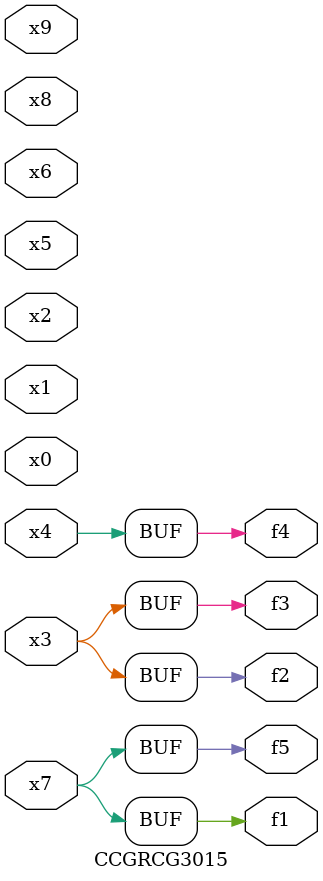
<source format=v>
module CCGRCG3015(
	input x0, x1, x2, x3, x4, x5, x6, x7, x8, x9,
	output f1, f2, f3, f4, f5
);
	assign f1 = x7;
	assign f2 = x3;
	assign f3 = x3;
	assign f4 = x4;
	assign f5 = x7;
endmodule

</source>
